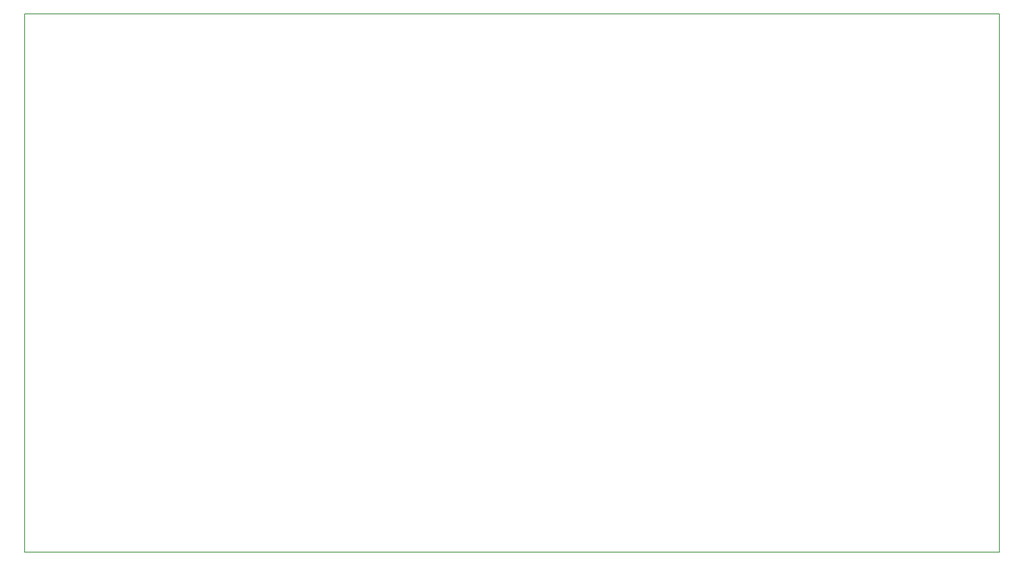
<source format=gbr>
G04 #@! TF.FileFunction,Profile,NP*
%FSLAX46Y46*%
G04 Gerber Fmt 4.6, Leading zero omitted, Abs format (unit mm)*
G04 Created by KiCad (PCBNEW 4.0.7) date 08/15/21 08:48:53*
%MOMM*%
%LPD*%
G01*
G04 APERTURE LIST*
%ADD10C,0.100000*%
%ADD11C,0.150000*%
G04 APERTURE END LIST*
D10*
D11*
X19000000Y-140000000D02*
X19000000Y-25000000D01*
X227000000Y-140000000D02*
X19000000Y-140000000D01*
X227000000Y-25000000D02*
X227000000Y-140000000D01*
X19000000Y-25000000D02*
X227000000Y-25000000D01*
M02*

</source>
